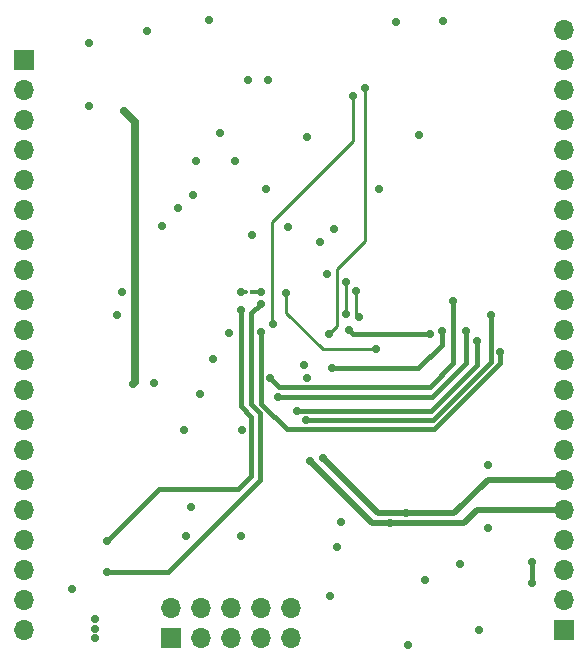
<source format=gbr>
%TF.GenerationSoftware,KiCad,Pcbnew,7.0.8*%
%TF.CreationDate,2024-01-04T13:39:42+01:00*%
%TF.ProjectId,OSSI_CM2,4f535349-5f43-44d3-922e-6b696361645f,rev?*%
%TF.SameCoordinates,Original*%
%TF.FileFunction,Copper,L4,Bot*%
%TF.FilePolarity,Positive*%
%FSLAX46Y46*%
G04 Gerber Fmt 4.6, Leading zero omitted, Abs format (unit mm)*
G04 Created by KiCad (PCBNEW 7.0.8) date 2024-01-04 13:39:42*
%MOMM*%
%LPD*%
G01*
G04 APERTURE LIST*
%TA.AperFunction,ComponentPad*%
%ADD10R,1.700000X1.700000*%
%TD*%
%TA.AperFunction,ComponentPad*%
%ADD11O,1.700000X1.700000*%
%TD*%
%TA.AperFunction,SMDPad,CuDef*%
%ADD12R,0.150000X0.300000*%
%TD*%
%TA.AperFunction,ViaPad*%
%ADD13C,0.700000*%
%TD*%
%TA.AperFunction,Conductor*%
%ADD14C,0.300000*%
%TD*%
%TA.AperFunction,Conductor*%
%ADD15C,0.700000*%
%TD*%
%TA.AperFunction,Conductor*%
%ADD16C,0.400000*%
%TD*%
%TA.AperFunction,Conductor*%
%ADD17C,0.500000*%
%TD*%
%TA.AperFunction,Conductor*%
%ADD18C,0.250000*%
%TD*%
G04 APERTURE END LIST*
D10*
%TO.P,X101,1,1*%
%TO.N,+3V3*%
X131850000Y-126454000D03*
D11*
%TO.P,X101,2,2*%
%TO.N,/SWD_DIO{slash}PA13*%
X131850000Y-123914000D03*
%TO.P,X101,3,3*%
%TO.N,GND*%
X134390000Y-126454000D03*
%TO.P,X101,4,4*%
%TO.N,/SWD_CLK{slash}PA14*%
X134390000Y-123914000D03*
%TO.P,X101,5,5*%
%TO.N,GND*%
X136930000Y-126454000D03*
%TO.P,X101,6,6*%
%TO.N,/TRACE_SWO{slash}PB3*%
X136930000Y-123914000D03*
%TO.P,X101,7,7*%
%TO.N,unconnected-(X101-Pad7)*%
X139470000Y-126454000D03*
%TO.P,X101,8,8*%
%TO.N,Net-(U101B-PH3{slash}BOOT0)*%
X139470000Y-123914000D03*
%TO.P,X101,9,9*%
%TO.N,GND*%
X142010000Y-126454000D03*
%TO.P,X101,10,10*%
%TO.N,Net-(U101B-~{RST})*%
X142010000Y-123914000D03*
%TD*%
D10*
%TO.P,X201,1,Pin_1*%
%TO.N,+3V3_ANA*%
X119380000Y-77470000D03*
D11*
%TO.P,X201,2,Pin_2*%
%TO.N,1V25_REF*%
X119380000Y-80010000D03*
%TO.P,X201,3,Pin_3*%
%TO.N,2V50_REF*%
X119380000Y-82550000D03*
%TO.P,X201,4,Pin_4*%
%TO.N,AGND*%
X119380000Y-85090000D03*
%TO.P,X201,5,Pin_5*%
%TO.N,AC_Grid_Voltage*%
X119380000Y-87630000D03*
%TO.P,X201,6,Pin_6*%
%TO.N,Relay_Ctrl_Voltage*%
X119380000Y-90170000D03*
%TO.P,X201,7,Pin_7*%
%TO.N,AGND*%
X119380000Y-92710000D03*
%TO.P,X201,8,Pin_8*%
%TO.N,DC_Link_Voltage*%
X119380000Y-95250000D03*
%TO.P,X201,9,Pin_9*%
%TO.N,AC_Current*%
X119380000Y-97790000D03*
%TO.P,X201,10,Pin_10*%
%TO.N,AGND*%
X119380000Y-100330000D03*
%TO.P,X201,11,Pin_11*%
%TO.N,AC_Relay_Voltage*%
X119380000Y-102870000D03*
%TO.P,X201,12,Pin_12*%
%TO.N,DC_Input_Voltage*%
X119380000Y-105410000D03*
%TO.P,X201,13,Pin_13*%
%TO.N,AGND*%
X119380000Y-107950000D03*
%TO.P,X201,14,Pin_14*%
%TO.N,DC_Current*%
X119380000Y-110490000D03*
%TO.P,X201,15,Pin_15*%
%TO.N,AC_Inverter_Voltage*%
X119380000Y-113030000D03*
%TO.P,X201,16,Pin_16*%
%TO.N,AGND*%
X119380000Y-115570000D03*
%TO.P,X201,17,Pin_17*%
%TO.N,LED_Red_Ctrl*%
X119380000Y-118110000D03*
%TO.P,X201,18,Pin_18*%
%TO.N,LED_Green_Ctrl*%
X119380000Y-120650000D03*
%TO.P,X201,19,Pin_19*%
%TO.N,GND*%
X119380000Y-123190000D03*
%TO.P,X201,20,Pin_20*%
%TO.N,+3V3*%
X119380000Y-125730000D03*
%TD*%
D12*
%TO.P,STAR101,1,1*%
%TO.N,AGND*%
X138187500Y-97125000D03*
%TO.P,STAR101,2,2*%
%TO.N,GND*%
X138610000Y-97125000D03*
%TD*%
D10*
%TO.P,X202,21,Pin_21*%
%TO.N,GND*%
X165100000Y-125730000D03*
D11*
%TO.P,X202,22,Pin_22*%
%TO.N,UART_RX*%
X165100000Y-123190000D03*
%TO.P,X202,23,Pin_23*%
%TO.N,UART_TX*%
X165100000Y-120650000D03*
%TO.P,X202,24,Pin_24*%
%TO.N,GND*%
X165100000Y-118110000D03*
%TO.P,X202,25,Pin_25*%
%TO.N,I2C_Dat*%
X165100000Y-115570000D03*
%TO.P,X202,26,Pin_26*%
%TO.N,I2C_Clk*%
X165100000Y-113030000D03*
%TO.P,X202,27,Pin_27*%
%TO.N,GND*%
X165100000Y-110490000D03*
%TO.P,X202,28,Pin_28*%
%TO.N,HISIDE_PWM_\u00B5C*%
X165100000Y-107950000D03*
%TO.P,X202,29,Pin_29*%
%TO.N,Boost_T1*%
X165100000Y-105410000D03*
%TO.P,X202,30,Pin_30*%
%TO.N,GND*%
X165100000Y-102870000D03*
%TO.P,X202,31,Pin_31*%
%TO.N,Relay_Voltage_Ctrl*%
X165100000Y-100330000D03*
%TO.P,X202,32,Pin_32*%
%TO.N,Bridge_T1*%
X165100000Y-97790000D03*
%TO.P,X202,33,Pin_33*%
%TO.N,GND*%
X165100000Y-95250000D03*
%TO.P,X202,34,Pin_34*%
%TO.N,Bridge_T2*%
X165100000Y-92710000D03*
%TO.P,X202,35,Pin_35*%
%TO.N,Bridge_T3*%
X165100000Y-90170000D03*
%TO.P,X202,36,Pin_36*%
%TO.N,GND*%
X165100000Y-87630000D03*
%TO.P,X202,37,Pin_37*%
%TO.N,Bridge_T4*%
X165100000Y-85090000D03*
%TO.P,X202,38,Pin_38*%
%TO.N,Inv_Relay_Ctrl*%
X165100000Y-82550000D03*
%TO.P,X202,39,Pin_39*%
%TO.N,GND*%
X165100000Y-80010000D03*
%TO.P,X202,40,Pin_40*%
%TO.N,Grid_Relay_Ctrl*%
X165100000Y-77470000D03*
%TO.P,X202,41,Pin_41*%
%TO.N,GND*%
X165100000Y-74930000D03*
%TD*%
D13*
%TO.N,GND*%
X151925000Y-127025000D03*
X152800000Y-83850000D03*
X145050000Y-95624500D03*
X133100000Y-117797400D03*
X136700000Y-100600000D03*
X141750000Y-91625000D03*
X149425000Y-88450000D03*
X145875000Y-118725000D03*
X134250000Y-105775000D03*
X154850000Y-74204000D03*
X139450000Y-97125000D03*
X139875000Y-88400000D03*
X143300000Y-84025000D03*
X133500000Y-115297400D03*
X153350000Y-121529000D03*
X123400000Y-122304000D03*
X157900000Y-125754000D03*
X143325000Y-104400000D03*
X150900000Y-74254000D03*
X145625000Y-91775000D03*
%TO.N,AGND*%
X136000000Y-83704000D03*
X137225000Y-86075000D03*
X133900000Y-86004000D03*
X124850000Y-81404000D03*
X133700000Y-88900000D03*
X138650000Y-92325000D03*
X135050000Y-74104000D03*
X130343523Y-104875000D03*
X132387023Y-89987024D03*
X128800000Y-95200000D03*
X127650000Y-97100000D03*
X124900000Y-76054000D03*
X137750000Y-97125000D03*
X131028445Y-91528445D03*
X132936800Y-108804000D03*
X140050000Y-79154000D03*
X127850000Y-81804000D03*
X127225000Y-99125000D03*
X128600000Y-104954000D03*
X129800000Y-75054000D03*
%TO.N,+3V3*%
X137750000Y-117797400D03*
X135400000Y-102775000D03*
X125350000Y-125629000D03*
X125350000Y-124804000D03*
X125350000Y-126454000D03*
X156300000Y-120179000D03*
X158700000Y-117154000D03*
X146196978Y-116646978D03*
X143050000Y-103275000D03*
X145269477Y-122894477D03*
X144475000Y-92925000D03*
X158700000Y-111804000D03*
%TO.N,Net-(U101A-PB10{slash}T2Ch3)*%
X145450000Y-103575000D03*
X154725000Y-100400000D03*
%TO.N,Net-(U101A-PB11{slash}T2Ch4)*%
X139475000Y-100500000D03*
X159712500Y-102212500D03*
%TO.N,Net-(U101A-PA8{slash}T1Ch1)*%
X158875000Y-99125000D03*
X143275000Y-107950000D03*
%TO.N,Net-(U101A-PA9{slash}T1Ch2)*%
X157725000Y-101325000D03*
X142475000Y-107200000D03*
%TO.N,Net-(U101A-PA10{slash}T1Ch3)*%
X156825000Y-100425000D03*
X140839444Y-105985556D03*
%TO.N,Net-(U101A-PA11{slash}T1Ch4)*%
X155725000Y-97900000D03*
X140224500Y-104412500D03*
%TO.N,I2C_Clk*%
X144725500Y-111225000D03*
X151725000Y-115875000D03*
%TO.N,I2C_Dat*%
X150325000Y-116704000D03*
X143584668Y-111409668D03*
%TO.N,Net-(U101A-PB2)*%
X126400000Y-118204000D03*
X137725000Y-98675500D03*
%TO.N,Net-(U101A-PB4)*%
X139400000Y-98125000D03*
X126400000Y-120804000D03*
%TO.N,Net-(U101A-PB5)*%
X146625000Y-99024500D03*
X146650000Y-96250000D03*
%TO.N,Net-(U101A-PA12)*%
X147225000Y-80525000D03*
X140450000Y-99850000D03*
%TO.N,Net-(U101A-PA15)*%
X145200000Y-100650000D03*
X148250000Y-79875000D03*
%TO.N,/TRACE_SWO{slash}PB3*%
X153750000Y-100677000D03*
X146900000Y-100375000D03*
%TO.N,UART_RX*%
X162350000Y-121750000D03*
X162350000Y-120034500D03*
%TO.N,Net-(U101B-PH3{slash}BOOT0)*%
X147475000Y-97075000D03*
X147700000Y-99225000D03*
%TO.N,Net-(U101B-~{RST})*%
X149150000Y-101975000D03*
X141550000Y-97225000D03*
%TO.N,+3V3_ANA*%
X138350000Y-79154000D03*
X137836800Y-108804000D03*
%TD*%
D14*
%TO.N,GND*%
X138700000Y-97125000D02*
X139300000Y-97125000D01*
D15*
%TO.N,AGND*%
X128800000Y-104754000D02*
X128800000Y-82754000D01*
X128800000Y-82754000D02*
X127850000Y-81804000D01*
X128600000Y-104954000D02*
X128800000Y-104754000D01*
D14*
X138187500Y-97125000D02*
X137750000Y-97125000D01*
D16*
%TO.N,Net-(U101A-PB10{slash}T2Ch3)*%
X154725000Y-100400000D02*
X154725000Y-101600000D01*
X154725000Y-101600000D02*
X152750000Y-103575000D01*
X152750000Y-103575000D02*
X145450000Y-103575000D01*
%TO.N,Net-(U101A-PB11{slash}T2Ch4)*%
X150639339Y-108725000D02*
X150614339Y-108750000D01*
X154048528Y-108750000D02*
X151285661Y-108750000D01*
X151285661Y-108750000D02*
X151260661Y-108725000D01*
X139475000Y-106610661D02*
X139475000Y-100500000D01*
X150614339Y-108750000D02*
X141614339Y-108750000D01*
X159675000Y-102250000D02*
X159675000Y-103123528D01*
X141614339Y-108750000D02*
X139475000Y-106610661D01*
X159675000Y-103123528D02*
X154048528Y-108750000D01*
X159712500Y-102212500D02*
X159675000Y-102250000D01*
X151260661Y-108725000D02*
X150639339Y-108725000D01*
%TO.N,Net-(U101A-PA8{slash}T1Ch1)*%
X158875000Y-103075000D02*
X158875000Y-99125000D01*
X154000000Y-107950000D02*
X158875000Y-103075000D01*
X143275000Y-107950000D02*
X154000000Y-107950000D01*
%TO.N,Net-(U101A-PA9{slash}T1Ch2)*%
X153800000Y-107200000D02*
X157725000Y-103275000D01*
X157725000Y-103275000D02*
X157725000Y-101325000D01*
X142475000Y-107200000D02*
X153800000Y-107200000D01*
%TO.N,Net-(U101A-PA10{slash}T1Ch3)*%
X153950000Y-106000000D02*
X156825000Y-103125000D01*
X140853888Y-106000000D02*
X153950000Y-106000000D01*
X140839444Y-105985556D02*
X140853888Y-106000000D01*
X156825000Y-103125000D02*
X156825000Y-100425000D01*
%TO.N,Net-(U101A-PA11{slash}T1Ch4)*%
X140224500Y-104412500D02*
X140962000Y-105150000D01*
X155725000Y-103150000D02*
X155725000Y-97900000D01*
X153725000Y-105150000D02*
X155725000Y-103150000D01*
X140962000Y-105150000D02*
X153725000Y-105150000D01*
D17*
%TO.N,I2C_Clk*%
X151725000Y-115875000D02*
X149375500Y-115875000D01*
X158620000Y-113030000D02*
X165100000Y-113030000D01*
X151725000Y-115875000D02*
X155775000Y-115875000D01*
X149375500Y-115875000D02*
X144725500Y-111225000D01*
X155775000Y-115875000D02*
X158620000Y-113030000D01*
%TO.N,I2C_Dat*%
X150325000Y-116704000D02*
X156596000Y-116704000D01*
X157730000Y-115570000D02*
X165100000Y-115570000D01*
X148879000Y-116704000D02*
X143584668Y-111409668D01*
X150325000Y-116704000D02*
X148879000Y-116704000D01*
X156596000Y-116704000D02*
X157730000Y-115570000D01*
D16*
%TO.N,Net-(U101A-PB2)*%
X137725000Y-106825000D02*
X138586800Y-107686800D01*
X137725000Y-98675500D02*
X137725000Y-106825000D01*
X138586800Y-107686800D02*
X138586800Y-112738200D01*
X138586800Y-112738200D02*
X137521000Y-113804000D01*
X137521000Y-113804000D02*
X130800000Y-113804000D01*
X130800000Y-113804000D02*
X126400000Y-118204000D01*
%TO.N,Net-(U101A-PB4)*%
X139400000Y-98125000D02*
X138600000Y-98925000D01*
X138600000Y-98925000D02*
X138600000Y-106625000D01*
X139375000Y-107400000D02*
X139375000Y-113025000D01*
X138600000Y-106625000D02*
X139375000Y-107400000D01*
X139375000Y-113025000D02*
X131596000Y-120804000D01*
X131596000Y-120804000D02*
X126400000Y-120804000D01*
D18*
%TO.N,Net-(U101A-PB5)*%
X146650000Y-96250000D02*
X146625000Y-96275000D01*
X146625000Y-96275000D02*
X146625000Y-99024500D01*
%TO.N,Net-(U101A-PA12)*%
X147225000Y-84329000D02*
X147225000Y-80525000D01*
X140450000Y-99850000D02*
X140375000Y-99775000D01*
X140375000Y-91179000D02*
X147225000Y-84329000D01*
X140375000Y-99775000D02*
X140375000Y-91179000D01*
%TO.N,Net-(U101A-PA15)*%
X145850000Y-95225000D02*
X148250000Y-92825000D01*
X145200000Y-100650000D02*
X145850000Y-100000000D01*
X145850000Y-100000000D02*
X145850000Y-95225000D01*
X148250000Y-92825000D02*
X148250000Y-79875000D01*
D16*
%TO.N,/TRACE_SWO{slash}PB3*%
X153750000Y-100677000D02*
X147202000Y-100677000D01*
X147202000Y-100677000D02*
X146900000Y-100375000D01*
%TO.N,UART_RX*%
X162350000Y-120034500D02*
X162350000Y-121750000D01*
D18*
%TO.N,Net-(U101B-PH3{slash}BOOT0)*%
X147475000Y-99000000D02*
X147700000Y-99225000D01*
X147475000Y-97075000D02*
X147475000Y-99000000D01*
%TO.N,Net-(U101B-~{RST})*%
X141550000Y-98875000D02*
X144650000Y-101975000D01*
X144650000Y-101975000D02*
X149150000Y-101975000D01*
X141550000Y-97225000D02*
X141550000Y-98875000D01*
%TD*%
M02*

</source>
